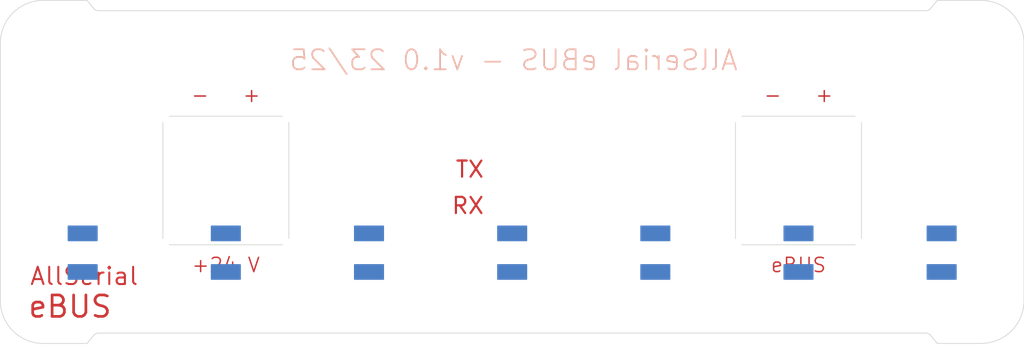
<source format=kicad_pcb>
(kicad_pcb (version 20241229) (generator "pcbnew") (generator_version "9.0")
  (layers (0 "F.Cu" signal) (2 "B.Cu" signal) (13 "F.Paste" user) (15 "B.Paste" user) (5 "F.SilkS" user "F.Silkscreen") (7 "B.SilkS" user "B.Silkscreen") (1 "F.Mask" user) (3 "B.Mask" user) (25 "Edge.Cuts" user))
  (net 0 "")
  (footprint "" (layer "F.Cu") (at 130.048 102.1)
    (property "Reference" "@HOLE0" (hide yes))
    (property "Value" "" (at 0 0 0) (layer "F.SilkS") (effects (font (size 1.27 1.27))))
    (pad "" np_thru_hole circle (at 0 0) (size 2 2) (drill 2) (layers "*.Cu" "*.Mask"))
  )
  (footprint "AllSerial_Front:Metz_PT11302HBBN_182" (layer "F.Cu") (at 110.048 111.76)
    (property "Reference" "REF**" (hide yes))
    (property "Value" "Val**" (hide yes))
    (fp_line (start -4.4 -15.699999) (end -4.4 -7.1) (stroke (width 0.05)) (layer "Edge.Cuts"))
    (fp_line (start -4.2 -6.9) (end 4.2 -6.9) (stroke (width 0.05)) (layer "Edge.Cuts"))
    (fp_line (start 4.2 -15.9) (end -4.2 -15.9) (stroke (width 0.05)) (layer "Edge.Cuts"))
    (fp_line (start 4.4 -7.1) (end 4.4 -15.7) (stroke (width 0.05)) (layer "Edge.Cuts"))
    (fp_arc (start -4.4 -15.7) (mid -4.341421 -15.841421) (end -4.2 -15.9) (stroke (width 0.05)) (layer "Edge.Cuts"))
    (fp_arc (start -4.2 -6.9) (mid -4.341421 -6.958579) (end -4.4 -7.1) (stroke (width 0.05)) (layer "Edge.Cuts"))
    (fp_arc (start 4.2 -15.9) (mid 4.341421 -15.841421) (end 4.4 -15.7) (stroke (width 0.05)) (layer "Edge.Cuts"))
    (fp_arc (start 4.4 -7.1) (mid 4.341421 -6.958579) (end 4.2 -6.9) (stroke (width 0.05)) (layer "Edge.Cuts"))
    (pad "" np_thru_hole circle (at -4.2 -15.7) (size 0.6 0.6) (drill 0.6) (layers "*.Cu" "*.Mask"))
    (pad "" np_thru_hole circle (at -4.2 -7.1) (size 0.6 0.6) (drill 0.6) (layers "*.Cu" "*.Mask"))
    (pad "" np_thru_hole circle (at 4.2 -15.7) (size 0.6 0.6) (drill 0.6) (layers "*.Cu" "*.Mask"))
    (pad "" np_thru_hole circle (at 4.2 -7.1) (size 0.6 0.6) (drill 0.6) (layers "*.Cu" "*.Mask"))
  )
  (footprint "AllSerial_Front:Metz_PT11302HBBN_182" (layer "F.Cu") (at 150.048 111.76)
    (property "Reference" "REF**" (hide yes))
    (property "Value" "Val**" (hide yes))
    (fp_line (start -4.4 -15.699999) (end -4.4 -7.1) (stroke (width 0.05)) (layer "Edge.Cuts"))
    (fp_line (start -4.2 -6.9) (end 4.2 -6.9) (stroke (width 0.05)) (layer "Edge.Cuts"))
    (fp_line (start 4.2 -15.9) (end -4.2 -15.9) (stroke (width 0.05)) (layer "Edge.Cuts"))
    (fp_line (start 4.4 -7.1) (end 4.4 -15.7) (stroke (width 0.05)) (layer "Edge.Cuts"))
    (fp_arc (start -4.4 -15.7) (mid -4.341421 -15.841421) (end -4.2 -15.9) (stroke (width 0.05)) (layer "Edge.Cuts"))
    (fp_arc (start -4.2 -6.9) (mid -4.341421 -6.958579) (end -4.4 -7.1) (stroke (width 0.05)) (layer "Edge.Cuts"))
    (fp_arc (start 4.2 -15.9) (mid 4.341421 -15.841421) (end 4.4 -15.7) (stroke (width 0.05)) (layer "Edge.Cuts"))
    (fp_arc (start 4.4 -7.1) (mid 4.341421 -6.958579) (end 4.2 -6.9) (stroke (width 0.05)) (layer "Edge.Cuts"))
    (pad "" np_thru_hole circle (at -4.2 -15.7) (size 0.6 0.6) (drill 0.6) (layers "*.Cu" "*.Mask"))
    (pad "" np_thru_hole circle (at -4.2 -7.1) (size 0.6 0.6) (drill 0.6) (layers "*.Cu" "*.Mask"))
    (pad "" np_thru_hole circle (at 4.2 -15.7) (size 0.6 0.6) (drill 0.6) (layers "*.Cu" "*.Mask"))
    (pad "" np_thru_hole circle (at 4.2 -7.1) (size 0.6 0.6) (drill 0.6) (layers "*.Cu" "*.Mask"))
  )
  (footprint "" (layer "F.Cu") (at 130.048 99.56)
    (property "Reference" "@HOLE1" (hide yes))
    (property "Value" "" (at 0 0 0) (layer "F.SilkS") (effects (font (size 1.27 1.27))))
    (pad "" np_thru_hole circle (at 0 0) (size 2 2) (drill 2) (layers "*.Cu" "*.Mask"))
  )
  (footprint "AllSerial Front:Frontpanel_2_Holes" (layer "F.Cu") (at 130.048 111.76)
    (property "Reference" "E$1" (hide yes))
    (property "Value" "Val**" (hide yes))
    (fp_rect (start -31 -8.2) (end -29 -7.2) (stroke (width 0.1)) (fill yes) (layer "B.Cu"))
    (fp_rect (start -31 -5.5) (end -29 -4.5) (stroke (width 0.1)) (fill yes) (layer "B.Cu"))
    (fp_rect (start -21 -8.2) (end -19 -7.2) (stroke (width 0.1)) (fill yes) (layer "B.Cu"))
    (fp_rect (start -21 -5.5) (end -19 -4.5) (stroke (width 0.1)) (fill yes) (layer "B.Cu"))
    (fp_rect (start -11 -8.2) (end -9 -7.2) (stroke (width 0.1)) (fill yes) (layer "B.Cu"))
    (fp_rect (start -11 -5.5) (end -9 -4.5) (stroke (width 0.1)) (fill yes) (layer "B.Cu"))
    (fp_rect (start -1 -8.2) (end 1 -7.2) (stroke (width 0.1)) (fill yes) (layer "B.Cu"))
    (fp_rect (start -1 -5.5) (end 1 -4.5) (stroke (width 0.1)) (fill yes) (layer "B.Cu"))
    (fp_rect (start 9 -8.2) (end 11 -7.2) (stroke (width 0.1)) (fill yes) (layer "B.Cu"))
    (fp_rect (start 9 -5.5) (end 11 -4.5) (stroke (width 0.1)) (fill yes) (layer "B.Cu"))
    (fp_rect (start 19 -8.2) (end 21 -7.2) (stroke (width 0.1)) (fill yes) (layer "B.Cu"))
    (fp_rect (start 19 -5.5) (end 21 -4.5) (stroke (width 0.1)) (fill yes) (layer "B.Cu"))
    (fp_rect (start 29 -8.2) (end 31 -7.2) (stroke (width 0.1)) (fill yes) (layer "B.Cu"))
    (fp_rect (start 29 -5.5) (end 31 -4.5) (stroke (width 0.1)) (fill yes) (layer "B.Cu"))
    (fp_line (start -35.75 -3) (end -35.75 -21) (stroke (width 0.05)) (layer "Edge.Cuts"))
    (fp_line (start -32.75 -24) (end -29.7 -24) (stroke (width 0.05)) (layer "Edge.Cuts"))
    (fp_line (start -32.75 0) (end -29.7 0) (stroke (width 0.05)) (layer "Edge.Cuts"))
    (fp_line (start -29.2 -23.4) (end -29.7 -24) (stroke (width 0.05)) (layer "Edge.Cuts"))
    (fp_line (start -29.2 -0.6) (end -29.7 0) (stroke (width 0.05)) (layer "Edge.Cuts"))
    (fp_line (start -28.9 -23.275736) (end 28.9 -23.275736) (stroke (width 0.05)) (layer "Edge.Cuts"))
    (fp_line (start -28.9 -0.724264) (end 28.9 -0.724264) (stroke (width 0.05)) (layer "Edge.Cuts"))
    (fp_line (start 29.7 -24) (end 29.2 -23.4) (stroke (width 0.05)) (layer "Edge.Cuts"))
    (fp_line (start 29.7 -24) (end 32.75 -24) (stroke (width 0.05)) (layer "Edge.Cuts"))
    (fp_line (start 29.7 0) (end 29.2 -0.6) (stroke (width 0.05)) (layer "Edge.Cuts"))
    (fp_line (start 32.75 0) (end 29.7 0) (stroke (width 0.05)) (layer "Edge.Cuts"))
    (fp_line (start 35.75 -21) (end 35.75 -3) (stroke (width 0.05)) (layer "Edge.Cuts"))
    (fp_arc (start -35.75 -21) (mid -34.87132 -23.12132) (end -32.75 -24) (stroke (width 0.05)) (layer "Edge.Cuts"))
    (fp_arc (start -32.75 0) (mid -34.87132 -0.87868) (end -35.75 -3) (stroke (width 0.05)) (layer "Edge.Cuts"))
    (fp_arc (start -29.2 -0.6) (mid -29.062359 -0.691969) (end -28.9 -0.724264) (stroke (width 0.05)) (layer "Edge.Cuts"))
    (fp_arc (start -28.9 -23.275736) (mid -29.062359 -23.308031) (end -29.2 -23.4) (stroke (width 0.05)) (layer "Edge.Cuts"))
    (fp_arc (start 28.9 -0.724264) (mid 29.062359 -0.691969) (end 29.2 -0.6) (stroke (width 0.05)) (layer "Edge.Cuts"))
    (fp_arc (start 29.2 -23.4) (mid 29.062359 -23.308031) (end 28.9 -23.275736) (stroke (width 0.05)) (layer "Edge.Cuts"))
    (fp_arc (start 32.75 -24) (mid 34.87132 -23.12132) (end 35.75 -21) (stroke (width 0.05)) (layer "Edge.Cuts"))
    (fp_arc (start 35.75 -3) (mid 34.87132 -0.87868) (end 32.75 0) (stroke (width 0.05)) (layer "Edge.Cuts"))
    (fp_text user "AllSerial" (at -33.75 -4 0) (layer "F.Cu") (effects (font (size 1.2065 1.2065) (thickness 0.1397)) (justify left bottom)))
    (pad "" np_thru_hole circle (at -31.75 -12) (size 3.2 3.2) (drill 3.2) (layers "*.Cu" "*.Mask"))
    (pad "" np_thru_hole circle (at 31.75 -12) (size 3.2 3.2) (drill 3.2) (layers "*.Cu" "*.Mask"))
  )
  (gr_text "+24 V" (at 110.048 106.86 0) (layer "F.Cu") (effects (font (size 1 1) (thickness 0.1)) (justify bottom)))
  (gr_text "+" (at 111.848 94.96 0) (layer "F.Cu") (effects (font (size 1 1) (thickness 0.1)) (justify bottom)))
  (gr_text "RX" (at 128.148 102.12 0) (layer "F.Cu") (effects (font (size 1.1303 1.1303) (thickness 0.1397)) (justify right)))
  (gr_text "eBUS" (at 96.148 110.06 0) (layer "F.Cu") (effects (font (size 1.5 1.5) (thickness 0.1875)) (justify left bottom)))
  (gr_text "-" (at 148.248 94.96 0) (layer "F.Cu") (effects (font (size 1 1) (thickness 0.1)) (justify bottom)))
  (gr_text "eBUS" (at 150.048 106.86 0) (layer "F.Cu") (effects (font (size 1 1) (thickness 0.1)) (justify bottom)))
  (gr_text "RX" (at 128.148 102.12 0) (layer "F.Cu") (effects (font (size 1.1303 1.1303) (thickness 0.1397)) (justify right)))
  (gr_text "+" (at 151.848 94.96 0) (layer "F.Cu") (effects (font (size 1 1) (thickness 0.1)) (justify bottom)))
  (gr_text "TX" (at 128.148 99.58 0) (layer "F.Cu") (effects (font (size 1.1303 1.1303) (thickness 0.1397)) (justify right)))
  (gr_text "-" (at 108.248 94.96 0) (layer "F.Cu") (effects (font (size 1 1) (thickness 0.1)) (justify bottom)))
  (gr_text "TX" (at 128.148 99.58 0) (layer "F.Cu") (effects (font (size 1.1303 1.1303) (thickness 0.1397)) (justify right)))
  (gr_text "AllSerial eBUS - v1.0 23/25" (at 130.148 92.76 0) (layer "B.SilkS") (effects (font (size 1.4 1.4) (thickness 0.12)) (justify bottom mirror)))
)
</source>
